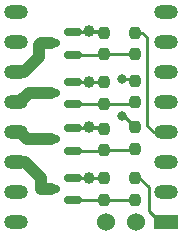
<source format=gtl>
G04 #@! TF.GenerationSoftware,KiCad,Pcbnew,(6.0.0)*
G04 #@! TF.CreationDate,2022-03-05T18:05:18-06:00*
G04 #@! TF.ProjectId,Clearpath MotorDriver Mosfet,436c6561-7270-4617-9468-204d6f746f72,rev?*
G04 #@! TF.SameCoordinates,Original*
G04 #@! TF.FileFunction,Copper,L1,Top*
G04 #@! TF.FilePolarity,Positive*
%FSLAX46Y46*%
G04 Gerber Fmt 4.6, Leading zero omitted, Abs format (unit mm)*
G04 Created by KiCad (PCBNEW (6.0.0)) date 2022-03-05 18:05:18*
%MOMM*%
%LPD*%
G01*
G04 APERTURE LIST*
G04 Aperture macros list*
%AMRoundRect*
0 Rectangle with rounded corners*
0 $1 Rounding radius*
0 $2 $3 $4 $5 $6 $7 $8 $9 X,Y pos of 4 corners*
0 Add a 4 corners polygon primitive as box body*
4,1,4,$2,$3,$4,$5,$6,$7,$8,$9,$2,$3,0*
0 Add four circle primitives for the rounded corners*
1,1,$1+$1,$2,$3*
1,1,$1+$1,$4,$5*
1,1,$1+$1,$6,$7*
1,1,$1+$1,$8,$9*
0 Add four rect primitives between the rounded corners*
20,1,$1+$1,$2,$3,$4,$5,0*
20,1,$1+$1,$4,$5,$6,$7,0*
20,1,$1+$1,$6,$7,$8,$9,0*
20,1,$1+$1,$8,$9,$2,$3,0*%
G04 Aperture macros list end*
G04 #@! TA.AperFunction,SMDPad,CuDef*
%ADD10RoundRect,0.150000X0.587500X0.150000X-0.587500X0.150000X-0.587500X-0.150000X0.587500X-0.150000X0*%
G04 #@! TD*
G04 #@! TA.AperFunction,SMDPad,CuDef*
%ADD11RoundRect,0.237500X-0.237500X0.250000X-0.237500X-0.250000X0.237500X-0.250000X0.237500X0.250000X0*%
G04 #@! TD*
G04 #@! TA.AperFunction,SMDPad,CuDef*
%ADD12RoundRect,0.237500X0.237500X-0.250000X0.237500X0.250000X-0.237500X0.250000X-0.237500X-0.250000X0*%
G04 #@! TD*
G04 #@! TA.AperFunction,ComponentPad*
%ADD13R,2.000000X1.200000*%
G04 #@! TD*
G04 #@! TA.AperFunction,ComponentPad*
%ADD14O,2.000000X1.200000*%
G04 #@! TD*
G04 #@! TA.AperFunction,ComponentPad*
%ADD15C,1.524000*%
G04 #@! TD*
G04 #@! TA.AperFunction,ViaPad*
%ADD16C,0.800000*%
G04 #@! TD*
G04 #@! TA.AperFunction,ViaPad*
%ADD17C,1.000000*%
G04 #@! TD*
G04 #@! TA.AperFunction,Conductor*
%ADD18C,0.250000*%
G04 #@! TD*
G04 #@! TA.AperFunction,Conductor*
%ADD19C,1.000000*%
G04 #@! TD*
G04 APERTURE END LIST*
D10*
X96822500Y-96708000D03*
X96822500Y-94808000D03*
X94947500Y-95758000D03*
D11*
X102108000Y-102973500D03*
X102108000Y-104798500D03*
X102108000Y-98655500D03*
X102108000Y-100480500D03*
D10*
X96822500Y-92517000D03*
X96822500Y-90617000D03*
X94947500Y-91567000D03*
X96822500Y-104836000D03*
X96822500Y-102936000D03*
X94947500Y-103886000D03*
D12*
X99441000Y-100607500D03*
X99441000Y-98782500D03*
X99441000Y-104798500D03*
X99441000Y-102973500D03*
D10*
X96822500Y-100645000D03*
X96822500Y-98745000D03*
X94947500Y-99695000D03*
D12*
X99441000Y-96670500D03*
X99441000Y-94845500D03*
D13*
X104723000Y-106726000D03*
D14*
X104723000Y-104186000D03*
X104723000Y-101646000D03*
X104723000Y-99106000D03*
X104723000Y-96566000D03*
X104723000Y-94026000D03*
X104723000Y-91486000D03*
X104723000Y-88946000D03*
X92023000Y-88946000D03*
X92023000Y-91486000D03*
X92023000Y-94026000D03*
X92023000Y-96566000D03*
X92023000Y-99106000D03*
X92023000Y-101646000D03*
X92023000Y-104186000D03*
X92023000Y-106726000D03*
D15*
X99643000Y-106726000D03*
X102183000Y-106726000D03*
D11*
X102108000Y-90654500D03*
X102108000Y-92479500D03*
X102108000Y-94718500D03*
X102108000Y-96543500D03*
D12*
X99441000Y-92479500D03*
X99441000Y-90654500D03*
D16*
X100950000Y-97690000D03*
D17*
X98171000Y-94869000D03*
X98171000Y-90551000D03*
X98171000Y-102997000D03*
X98171000Y-98679000D03*
D16*
X100965000Y-94615000D03*
D18*
X101142500Y-97690000D02*
X102108000Y-98655500D01*
X100950000Y-97690000D02*
X101142500Y-97690000D01*
X103251000Y-105791000D02*
X104186000Y-106726000D01*
X103251000Y-103759000D02*
X103251000Y-105791000D01*
X104186000Y-106726000D02*
X104723000Y-106726000D01*
X102108000Y-102973500D02*
X102465500Y-102973500D01*
X102465500Y-102973500D02*
X103251000Y-103759000D01*
X98110000Y-94808000D02*
X98171000Y-94869000D01*
X99337500Y-90551000D02*
X99441000Y-90654500D01*
X96822500Y-90617000D02*
X98105000Y-90617000D01*
X99403500Y-98745000D02*
X99441000Y-98782500D01*
X98171000Y-102997000D02*
X99417500Y-102997000D01*
X96822500Y-102936000D02*
X98110000Y-102936000D01*
X96822500Y-94808000D02*
X98110000Y-94808000D01*
X96822500Y-98745000D02*
X98105000Y-98745000D01*
X99417500Y-102997000D02*
X99441000Y-102973500D01*
X98105000Y-98745000D02*
X98171000Y-98679000D01*
X98171000Y-90551000D02*
X99337500Y-90551000D01*
X98105000Y-90617000D02*
X98171000Y-90551000D01*
X96822500Y-90617000D02*
X99403500Y-90617000D01*
X99417500Y-94869000D02*
X99441000Y-94845500D01*
X98171000Y-94869000D02*
X99417500Y-94869000D01*
X99403500Y-94808000D02*
X99441000Y-94845500D01*
X99403500Y-90617000D02*
X99441000Y-90654500D01*
X99337500Y-98679000D02*
X99441000Y-98782500D01*
X98110000Y-102936000D02*
X98171000Y-102997000D01*
X96822500Y-102936000D02*
X99403500Y-102936000D01*
X96822500Y-98745000D02*
X99403500Y-98745000D01*
X96822500Y-94808000D02*
X99403500Y-94808000D01*
X99403500Y-102936000D02*
X99441000Y-102973500D01*
X98171000Y-98679000D02*
X99337500Y-98679000D01*
D19*
X94107000Y-103886000D02*
X94947500Y-103886000D01*
X94107000Y-102997000D02*
X94107000Y-103886000D01*
X92023000Y-101646000D02*
X92756000Y-101646000D01*
X92756000Y-101646000D02*
X94107000Y-102997000D01*
X92964000Y-99695000D02*
X94947500Y-99695000D01*
X92375000Y-99106000D02*
X92964000Y-99695000D01*
X92023000Y-99106000D02*
X92375000Y-99106000D01*
D18*
X103124000Y-98552000D02*
X103678000Y-99106000D01*
X102719500Y-90654500D02*
X103124000Y-91059000D01*
X103678000Y-99106000D02*
X104723000Y-99106000D01*
X103124000Y-91059000D02*
X103124000Y-98552000D01*
X102108000Y-90654500D02*
X102719500Y-90654500D01*
D19*
X93091000Y-95758000D02*
X94947500Y-95758000D01*
X92023000Y-96566000D02*
X92283000Y-96566000D01*
X92283000Y-96566000D02*
X93091000Y-95758000D01*
X92023000Y-94026000D02*
X92664000Y-94026000D01*
X94107000Y-91567000D02*
X94947500Y-91567000D01*
X92664000Y-94026000D02*
X93980000Y-92710000D01*
X93980000Y-92710000D02*
X93980000Y-91694000D01*
X93980000Y-91694000D02*
X94107000Y-91567000D01*
D18*
X102004500Y-94615000D02*
X102108000Y-94718500D01*
X100965000Y-94615000D02*
X102004500Y-94615000D01*
X99441000Y-104798500D02*
X102108000Y-104798500D01*
X99403500Y-104836000D02*
X99441000Y-104798500D01*
X96822500Y-104836000D02*
X99403500Y-104836000D01*
X99441000Y-96670500D02*
X101981000Y-96670500D01*
X96822500Y-96708000D02*
X99403500Y-96708000D01*
X99403500Y-96708000D02*
X99441000Y-96670500D01*
X101981000Y-96670500D02*
X102108000Y-96543500D01*
X96822500Y-100645000D02*
X99403500Y-100645000D01*
X99403500Y-100645000D02*
X99441000Y-100607500D01*
X99441000Y-100607500D02*
X101981000Y-100607500D01*
X101981000Y-100607500D02*
X102108000Y-100480500D01*
X99403500Y-92517000D02*
X99441000Y-92479500D01*
X99441000Y-92479500D02*
X102108000Y-92479500D01*
X96822500Y-92517000D02*
X99403500Y-92517000D01*
M02*

</source>
